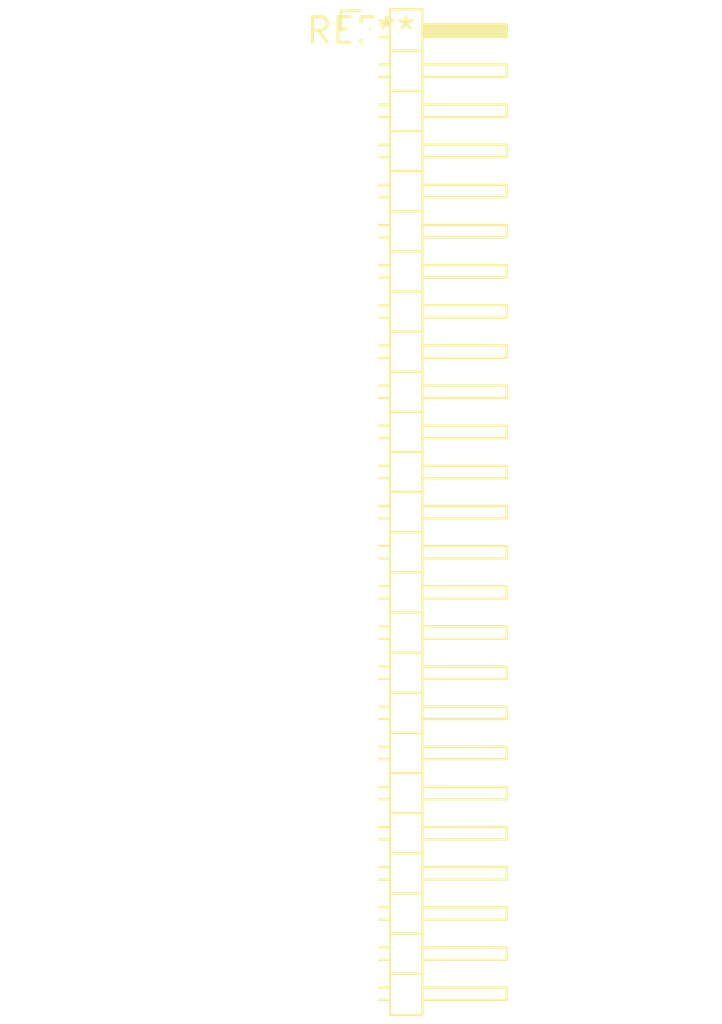
<source format=kicad_pcb>
(kicad_pcb (version 20240108) (generator pcbnew)
  (layers (0 "F.Cu" signal) (31 "B.Cu" signal) (34 "B.Paste" user) (35 "F.Paste" user) (36 "B.SilkS" user "B.Silkscreen") (37 "F.SilkS" user "F.Silkscreen") (38 "B.Mask" user) (39 "F.Mask" user) (44 "Edge.Cuts" user))
  (net 0 "")
  (footprint "PinHeader_1x25_P2.00mm_Horizontal" (layer "F.Cu") (at 0 0)
    (property "Reference" "REF**")
    (property "Value" "PinHeader_1x25_P2.00mm_Horizontal")
    (fp_line (start -1 -1) (end 0 -1) (layer "F.SilkS") (stroke (width 0.12)))
    (fp_line (start -1 0) (end -1 -1) (layer "F.SilkS") (stroke (width 0.12)))
    (fp_line (start 0.882114 1.69) (end 1.44 1.69) (layer "F.SilkS") (stroke (width 0.12)))
    (fp_line (start 0.882114 2.31) (end 1.44 2.31) (layer "F.SilkS") (stroke (width 0.12)))
    (fp_line (start 0.882114 3.69) (end 1.44 3.69) (layer "F.SilkS") (stroke (width 0.12)))
    (fp_line (start 0.882114 4.31) (end 1.44 4.31) (layer "F.SilkS") (stroke (width 0.12)))
    (fp_line (start 0.882114 5.69) (end 1.44 5.69) (layer "F.SilkS") (stroke (width 0.12)))
    (fp_line (start 0.882114 6.31) (end 1.44 6.31) (layer "F.SilkS") (stroke (width 0.12)))
    (fp_line (start 0.882114 7.69) (end 1.44 7.69) (layer "F.SilkS") (stroke (width 0.12)))
    (fp_line (start 0.882114 8.31) (end 1.44 8.31) (layer "F.SilkS") (stroke (width 0.12)))
    (fp_line (start 0.882114 9.69) (end 1.44 9.69) (layer "F.SilkS") (stroke (width 0.12)))
    (fp_line (start 0.882114 10.31) (end 1.44 10.31) (layer "F.SilkS") (stroke (width 0.12)))
    (fp_line (start 0.882114 11.69) (end 1.44 11.69) (layer "F.SilkS") (stroke (width 0.12)))
    (fp_line (start 0.882114 12.31) (end 1.44 12.31) (layer "F.SilkS") (stroke (width 0.12)))
    (fp_line (start 0.882114 13.69) (end 1.44 13.69) (layer "F.SilkS") (stroke (width 0.12)))
    (fp_line (start 0.882114 14.31) (end 1.44 14.31) (layer "F.SilkS") (stroke (width 0.12)))
    (fp_line (start 0.882114 15.69) (end 1.44 15.69) (layer "F.SilkS") (stroke (width 0.12)))
    (fp_line (start 0.882114 16.31) (end 1.44 16.31) (layer "F.SilkS") (stroke (width 0.12)))
    (fp_line (start 0.882114 17.69) (end 1.44 17.69) (layer "F.SilkS") (stroke (width 0.12)))
    (fp_line (start 0.882114 18.31) (end 1.44 18.31) (layer "F.SilkS") (stroke (width 0.12)))
    (fp_line (start 0.882114 19.69) (end 1.44 19.69) (layer "F.SilkS") (stroke (width 0.12)))
    (fp_line (start 0.882114 20.31) (end 1.44 20.31) (layer "F.SilkS") (stroke (width 0.12)))
    (fp_line (start 0.882114 21.69) (end 1.44 21.69) (layer "F.SilkS") (stroke (width 0.12)))
    (fp_line (start 0.882114 22.31) (end 1.44 22.31) (layer "F.SilkS") (stroke (width 0.12)))
    (fp_line (start 0.882114 23.69) (end 1.44 23.69) (layer "F.SilkS") (stroke (width 0.12)))
    (fp_line (start 0.882114 24.31) (end 1.44 24.31) (layer "F.SilkS") (stroke (width 0.12)))
    (fp_line (start 0.882114 25.69) (end 1.44 25.69) (layer "F.SilkS") (stroke (width 0.12)))
    (fp_line (start 0.882114 26.31) (end 1.44 26.31) (layer "F.SilkS") (stroke (width 0.12)))
    (fp_line (start 0.882114 27.69) (end 1.44 27.69) (layer "F.SilkS") (stroke (width 0.12)))
    (fp_line (start 0.882114 28.31) (end 1.44 28.31) (layer "F.SilkS") (stroke (width 0.12)))
    (fp_line (start 0.882114 29.69) (end 1.44 29.69) (layer "F.SilkS") (stroke (width 0.12)))
    (fp_line (start 0.882114 30.31) (end 1.44 30.31) (layer "F.SilkS") (stroke (width 0.12)))
    (fp_line (start 0.882114 31.69) (end 1.44 31.69) (layer "F.SilkS") (stroke (width 0.12)))
    (fp_line (start 0.882114 32.31) (end 1.44 32.31) (layer "F.SilkS") (stroke (width 0.12)))
    (fp_line (start 0.882114 33.69) (end 1.44 33.69) (layer "F.SilkS") (stroke (width 0.12)))
    (fp_line (start 0.882114 34.31) (end 1.44 34.31) (layer "F.SilkS") (stroke (width 0.12)))
    (fp_line (start 0.882114 35.69) (end 1.44 35.69) (layer "F.SilkS") (stroke (width 0.12)))
    (fp_line (start 0.882114 36.31) (end 1.44 36.31) (layer "F.SilkS") (stroke (width 0.12)))
    (fp_line (start 0.882114 37.69) (end 1.44 37.69) (layer "F.SilkS") (stroke (width 0.12)))
    (fp_line (start 0.882114 38.31) (end 1.44 38.31) (layer "F.SilkS") (stroke (width 0.12)))
    (fp_line (start 0.882114 39.69) (end 1.44 39.69) (layer "F.SilkS") (stroke (width 0.12)))
    (fp_line (start 0.882114 40.31) (end 1.44 40.31) (layer "F.SilkS") (stroke (width 0.12)))
    (fp_line (start 0.882114 41.69) (end 1.44 41.69) (layer "F.SilkS") (stroke (width 0.12)))
    (fp_line (start 0.882114 42.31) (end 1.44 42.31) (layer "F.SilkS") (stroke (width 0.12)))
    (fp_line (start 0.882114 43.69) (end 1.44 43.69) (layer "F.SilkS") (stroke (width 0.12)))
    (fp_line (start 0.882114 44.31) (end 1.44 44.31) (layer "F.SilkS") (stroke (width 0.12)))
    (fp_line (start 0.882114 45.69) (end 1.44 45.69) (layer "F.SilkS") (stroke (width 0.12)))
    (fp_line (start 0.882114 46.31) (end 1.44 46.31) (layer "F.SilkS") (stroke (width 0.12)))
    (fp_line (start 0.882114 47.69) (end 1.44 47.69) (layer "F.SilkS") (stroke (width 0.12)))
    (fp_line (start 0.882114 48.31) (end 1.44 48.31) (layer "F.SilkS") (stroke (width 0.12)))
    (fp_line (start 0.935 -0.31) (end 1.44 -0.31) (layer "F.SilkS") (stroke (width 0.12)))
    (fp_line (start 0.935 0.31) (end 1.44 0.31) (layer "F.SilkS") (stroke (width 0.12)))
    (fp_line (start 1.44 -1.06) (end 1.44 49.06) (layer "F.SilkS") (stroke (width 0.12)))
    (fp_line (start 1.44 1) (end 3.06 1) (layer "F.SilkS") (stroke (width 0.12)))
    (fp_line (start 1.44 3) (end 3.06 3) (layer "F.SilkS") (stroke (width 0.12)))
    (fp_line (start 1.44 5) (end 3.06 5) (layer "F.SilkS") (stroke (width 0.12)))
    (fp_line (start 1.44 7) (end 3.06 7) (layer "F.SilkS") (stroke (width 0.12)))
    (fp_line (start 1.44 9) (end 3.06 9) (layer "F.SilkS") (stroke (width 0.12)))
    (fp_line (start 1.44 11) (end 3.06 11) (layer "F.SilkS") (stroke (width 0.12)))
    (fp_line (start 1.44 13) (end 3.06 13) (layer "F.SilkS") (stroke (width 0.12)))
    (fp_line (start 1.44 15) (end 3.06 15) (layer "F.SilkS") (stroke (width 0.12)))
    (fp_line (start 1.44 17) (end 3.06 17) (layer "F.SilkS") (stroke (width 0.12)))
    (fp_line (start 1.44 19) (end 3.06 19) (layer "F.SilkS") (stroke (width 0.12)))
    (fp_line (start 1.44 21) (end 3.06 21) (layer "F.SilkS") (stroke (width 0.12)))
    (fp_line (start 1.44 23) (end 3.06 23) (layer "F.SilkS") (stroke (width 0.12)))
    (fp_line (start 1.44 25) (end 3.06 25) (layer "F.SilkS") (stroke (width 0.12)))
    (fp_line (start 1.44 27) (end 3.06 27) (layer "F.SilkS") (stroke (width 0.12)))
    (fp_line (start 1.44 29) (end 3.06 29) (layer "F.SilkS") (stroke (width 0.12)))
    (fp_line (start 1.44 31) (end 3.06 31) (layer "F.SilkS") (stroke (width 0.12)))
    (fp_line (start 1.44 33) (end 3.06 33) (layer "F.SilkS") (stroke (width 0.12)))
    (fp_line (start 1.44 35) (end 3.06 35) (layer "F.SilkS") (stroke (width 0.12)))
    (fp_line (start 1.44 37) (end 3.06 37) (layer "F.SilkS") (stroke (width 0.12)))
    (fp_line (start 1.44 39) (end 3.06 39) (layer "F.SilkS") (stroke (width 0.12)))
    (fp_line (start 1.44 41) (end 3.06 41) (layer "F.SilkS") (stroke (width 0.12)))
    (fp_line (start 1.44 43) (end 3.06 43) (layer "F.SilkS") (stroke (width 0.12)))
    (fp_line (start 1.44 45) (end 3.06 45) (layer "F.SilkS") (stroke (width 0.12)))
    (fp_line (start 1.44 47) (end 3.06 47) (layer "F.SilkS") (stroke (width 0.12)))
    (fp_line (start 1.44 49.06) (end 3.06 49.06) (layer "F.SilkS") (stroke (width 0.12)))
    (fp_line (start 3.06 -1.06) (end 1.44 -1.06) (layer "F.SilkS") (stroke (width 0.12)))
    (fp_line (start 3.06 -0.31) (end 7.26 -0.31) (layer "F.SilkS") (stroke (width 0.12)))
    (fp_line (start 3.06 -0.25) (end 7.26 -0.25) (layer "F.SilkS") (stroke (width 0.12)))
    (fp_line (start 3.06 -0.13) (end 7.26 -0.13) (layer "F.SilkS") (stroke (width 0.12)))
    (fp_line (start 3.06 -0.01) (end 7.26 -0.01) (layer "F.SilkS") (stroke (width 0.12)))
    (fp_line (start 3.06 0.11) (end 7.26 0.11) (layer "F.SilkS") (stroke (width 0.12)))
    (fp_line (start 3.06 0.23) (end 7.26 0.23) (layer "F.SilkS") (stroke (width 0.12)))
    (fp_line (start 3.06 1.69) (end 7.26 1.69) (layer "F.SilkS") (stroke (width 0.12)))
    (fp_line (start 3.06 3.69) (end 7.26 3.69) (layer "F.SilkS") (stroke (width 0.12)))
    (fp_line (start 3.06 5.69) (end 7.26 5.69) (layer "F.SilkS") (stroke (width 0.12)))
    (fp_line (start 3.06 7.69) (end 7.26 7.69) (layer "F.SilkS") (stroke (width 0.12)))
    (fp_line (start 3.06 9.69) (end 7.26 9.69) (layer "F.SilkS") (stroke (width 0.12)))
    (fp_line (start 3.06 11.69) (end 7.26 11.69) (layer "F.SilkS") (stroke (width 0.12)))
    (fp_line (start 3.06 13.69) (end 7.26 13.69) (layer "F.SilkS") (stroke (width 0.12)))
    (fp_line (start 3.06 15.69) (end 7.26 15.69) (layer "F.SilkS") (stroke (width 0.12)))
    (fp_line (start 3.06 17.69) (end 7.26 17.69) (layer "F.SilkS") (stroke (width 0.12)))
    (fp_line (start 3.06 19.69) (end 7.26 19.69) (layer "F.SilkS") (stroke (width 0.12)))
    (fp_line (start 3.06 21.69) (end 7.26 21.69) (layer "F.SilkS") (stroke (width 0.12)))
    (fp_line (start 3.06 23.69) (end 7.26 23.69) (layer "F.SilkS") (stroke (width 0.12)))
    (fp_line (start 3.06 25.69) (end 7.26 25.69) (layer "F.SilkS") (stroke (width 0.12)))
    (fp_line (start 3.06 27.69) (end 7.26 27.69) (layer "F.SilkS") (stroke (width 0.12)))
    (fp_line (start 3.06 29.69) (end 7.26 29.69) (layer "F.SilkS") (stroke (width 0.12)))
    (fp_line (start 3.06 31.69) (end 7.26 31.69) (layer "F.SilkS") (stroke (width 0.12)))
    (fp_line (start 3.06 33.69) (end 7.26 33.69) (layer "F.SilkS") (stroke (width 0.12)))
    (fp_line (start 3.06 35.69) (end 7.26 35.69) (layer "F.SilkS") (stroke (width 0.12)))
    (fp_line (start 3.06 37.69) (end 7.26 37.69) (layer "F.SilkS") (stroke (width 0.12)))
    (fp_line (start 3.06 39.69) (end 7.26 39.69) (layer "F.SilkS") (stroke (width 0.12)))
    (fp_line (start 3.06 41.69) (end 7.26 41.69) (layer "F.SilkS") (stroke (width 0.12)))
    (fp_line (start 3.06 43.69) (end 7.26 43.69) (layer "F.SilkS") (stroke (width 0.12)))
    (fp_line (start 3.06 45.69) (end 7.26 45.69) (layer "F.SilkS") (stroke (width 0.12)))
    (fp_line (start 3.06 47.69) (end 7.26 47.69) (layer "F.SilkS") (stroke (width 0.12)))
    (fp_line (start 3.06 49.06) (end 3.06 -1.06) (layer "F.SilkS") (stroke (width 0.12)))
    (fp_line (start 7.26 -0.31) (end 7.26 0.31) (layer "F.SilkS") (stroke (width 0.12)))
    (fp_line (start 7.26 0.31) (end 3.06 0.31) (layer "F.SilkS") (stroke (width 0.12)))
    (fp_line (start 7.26 1.69) (end 7.26 2.31) (layer "F.SilkS") (stroke (width 0.12)))
    (fp_line (start 7.26 2.31) (end 3.06 2.31) (layer "F.SilkS") (stroke (width 0.12)))
    (fp_line (start 7.26 3.69) (end 7.26 4.31) (layer "F.SilkS") (stroke (width 0.12)))
    (fp_line (start 7.26 4.31) (end 3.06 4.31) (layer "F.SilkS") (stroke (width 0.12)))
    (fp_line (start 7.26 5.69) (end 7.26 6.31) (layer "F.SilkS") (stroke (width 0.12)))
    (fp_line (start 7.26 6.31) (end 3.06 6.31) (layer "F.SilkS") (stroke (width 0.12)))
    (fp_line (start 7.26 7.69) (end 7.26 8.31) (layer "F.SilkS") (stroke (width 0.12)))
    (fp_line (start 7.26 8.31) (end 3.06 8.31) (layer "F.SilkS") (stroke (width 0.12)))
    (fp_line (start 7.26 9.69) (end 7.26 10.31) (layer "F.SilkS") (stroke (width 0.12)))
    (fp_line (start 7.26 10.31) (end 3.06 10.31) (layer "F.SilkS") (stroke (width 0.12)))
    (fp_line (start 7.26 11.69) (end 7.26 12.31) (layer "F.SilkS") (stroke (width 0.12)))
    (fp_line (start 7.26 12.31) (end 3.06 12.31) (layer "F.SilkS") (stroke (width 0.12)))
    (fp_line (start 7.26 13.69) (end 7.26 14.31) (layer "F.SilkS") (stroke (width 0.12)))
    (fp_line (start 7.26 14.31) (end 3.06 14.31) (layer "F.SilkS") (stroke (width 0.12)))
    (fp_line (start 7.26 15.69) (end 7.26 16.31) (layer "F.SilkS") (stroke (width 0.12)))
    (fp_line (start 7.26 16.31) (end 3.06 16.31) (layer "F.SilkS") (stroke (width 0.12)))
    (fp_line (start 7.26 17.69) (end 7.26 18.31) (layer "F.SilkS") (stroke (width 0.12)))
    (fp_line (start 7.26 18.31) (end 3.06 18.31) (layer "F.SilkS") (stroke (width 0.12)))
    (fp_line (start 7.26 19.69) (end 7.26 20.31) (layer "F.SilkS") (stroke (width 0.12)))
    (fp_line (start 7.26 20.31) (end 3.06 20.31) (layer "F.SilkS") (stroke (width 0.12)))
    (fp_line (start 7.26 21.69) (end 7.26 22.31) (layer "F.SilkS") (stroke (width 0.12)))
    (fp_line (start 7.26 22.31) (end 3.06 22.31) (layer "F.SilkS") (stroke (width 0.12)))
    (fp_line (start 7.26 23.69) (end 7.26 24.31) (layer "F.SilkS") (stroke (width 0.12)))
    (fp_line (start 7.26 24.31) (end 3.06 24.31) (layer "F.SilkS") (stroke (width 0.12)))
    (fp_line (start 7.26 25.69) (end 7.26 26.31) (layer "F.SilkS") (stroke (width 0.12)))
    (fp_line (start 7.26 26.31) (end 3.06 26.31) (layer "F.SilkS") (stroke (width 0.12)))
    (fp_line (start 7.26 27.69) (end 7.26 28.31) (layer "F.SilkS") (stroke (width 0.12)))
    (fp_line (start 7.26 28.31) (end 3.06 28.31) (layer "F.SilkS") (stroke (width 0.12)))
    (fp_line (start 7.26 29.69) (end 7.26 30.31) (layer "F.SilkS") (stroke (width 0.12)))
    (fp_line (start 7.26 30.31) (end 3.06 30.31) (layer "F.SilkS") (stroke (width 0.12)))
    (fp_line (start 7.26 31.69) (end 7.26 32.31) (layer "F.SilkS") (stroke (width 0.12)))
    (fp_line (start 7.26 32.31) (end 3.06 32.31) (layer "F.SilkS") (stroke (width 0.12)))
    (fp_line (start 7.26 33.69) (end 7.26 34.31) (layer "F.SilkS") (stroke (width 0.12)))
    (fp_line (start 7.26 34.31) (end 3.06 34.31) (layer "F.SilkS") (stroke (width 0.12)))
    (fp_line (start 7.26 35.69) (end 7.26 36.31) (layer "F.SilkS") (stroke (width 0.12)))
    (fp_line (start 7.26 36.31) (end 3.06 36.31) (layer "F.SilkS") (stroke (width 0.12)))
    (fp_line (start 7.26 37.69) (end 7.26 38.31) (layer "F.SilkS") (stroke (width 0.12)))
    (fp_line (start 7.26 38.31) (end 3.06 38.31) (layer "F.SilkS") (stroke (width 0.12)))
    (fp_line (start 7.26 39.69) (end 7.26 40.31) (layer "F.SilkS") (stroke (width 0.12)))
    (fp_line (start 7.26 40.31) (end 3.06 40.31) (layer "F.SilkS") (stroke (width 0.12)))
    (fp_line (start 7.26 41.69) (end 7.26 42.31) (layer "F.SilkS") (stroke (width 0.12)))
    (fp_line (start 7.26 42.31) (end 3.06 42.31) (layer "F.SilkS") (stroke (width 0.12)))
    (fp_line (start 7.26 43.69) (end 7.26 44.31) (layer "F.SilkS") (stroke (width 0.12)))
    (fp_line (start 7.26 44.31) (end 3.06 44.31) (layer "F.SilkS") (stroke (width 0.12)))
    (fp_line (start 7.26 45.69) (end 7.26 46.31) (layer "F.SilkS") (stroke (width 0.12)))
    (fp_line (start 7.26 46.31) (end 3.06 46.31) (layer "F.SilkS") (stroke (width 0.12)))
    (fp_line (start 7.26 47.69) (end 7.26 48.31) (layer "F.SilkS") (stroke (width 0.12)))
    (fp_line (start 7.26 48.31) (end 3.06 48.31) (layer "F.SilkS") (stroke (width 0.12)))
    (pad "1" thru_hole rect (at 0 0) (size 1.35 1.35) (drill 0.8) (layers *.Cu *.Mask) (remove_unused_layers))
    (pad "2" thru_hole oval (at 0 2) (size 1.35 1.35) (drill 0.8) (layers *.Cu *.Mask) (remove_unused_layers))
    (pad "3" thru_hole oval (at 0 4) (size 1.35 1.35) (drill 0.8) (layers *.Cu *.Mask) (remove_unused_layers))
    (pad "4" thru_hole oval (at 0 6) (size 1.35 1.35) (drill 0.8) (layers *.Cu *.Mask) (remove_unused_layers))
    (pad "5" thru_hole oval (at 0 8) (size 1.35 1.35) (drill 0.8) (layers *.Cu *.Mask) (remove_unused_layers))
    (pad "6" thru_hole oval (at 0 10) (size 1.35 1.35) (drill 0.8) (layers *.Cu *.Mask) (remove_unused_layers))
    (pad "7" thru_hole oval (at 0 12) (size 1.35 1.35) (drill 0.8) (layers *.Cu *.Mask) (remove_unused_layers))
    (pad "8" thru_hole oval (at 0 14) (size 1.35 1.35) (drill 0.8) (layers *.Cu *.Mask) (remove_unused_layers))
    (pad "9" thru_hole oval (at 0 16) (size 1.35 1.35) (drill 0.8) (layers *.Cu *.Mask) (remove_unused_layers))
    (pad "10" thru_hole oval (at 0 18) (size 1.35 1.35) (drill 0.8) (layers *.Cu *.Mask) (remove_unused_layers))
    (pad "11" thru_hole oval (at 0 20) (size 1.35 1.35) (drill 0.8) (layers *.Cu *.Mask) (remove_unused_layers))
    (pad "12" thru_hole oval (at 0 22) (size 1.35 1.35) (drill 0.8) (layers *.Cu *.Mask) (remove_unused_layers))
    (pad "13" thru_hole oval (at 0 24) (size 1.35 1.35) (drill 0.8) (layers *.Cu *.Mask) (remove_unused_layers))
    (pad "14" thru_hole oval (at 0 26) (size 1.35 1.35) (drill 0.8) (layers *.Cu *.Mask) (remove_unused_layers))
    (pad "15" thru_hole oval (at 0 28) (size 1.35 1.35) (drill 0.8) (layers *.Cu *.Mask) (remove_unused_layers))
    (pad "16" thru_hole oval (at 0 30) (size 1.35 1.35) (drill 0.8) (layers *.Cu *.Mask) (remove_unused_layers))
    (pad "17" thru_hole oval (at 0 32) (size 1.35 1.35) (drill 0.8) (layers *.Cu *.Mask) (remove_unused_layers))
    (pad "18" thru_hole oval (at 0 34) (size 1.35 1.35) (drill 0.8) (layers *.Cu *.Mask) (remove_unused_layers))
    (pad "19" thru_hole oval (at 0 36) (size 1.35 1.35) (drill 0.8) (layers *.Cu *.Mask) (remove_unused_layers))
    (pad "20" thru_hole oval (at 0 38) (size 1.35 1.35) (drill 0.8) (layers *.Cu *.Mask) (remove_unused_layers))
    (pad "21" thru_hole oval (at 0 40) (size 1.35 1.35) (drill 0.8) (layers *.Cu *.Mask) (remove_unused_layers))
    (pad "22" thru_hole oval (at 0 42) (size 1.35 1.35) (drill 0.8) (layers *.Cu *.Mask) (remove_unused_layers))
    (pad "23" thru_hole oval (at 0 44) (size 1.35 1.35) (drill 0.8) (layers *.Cu *.Mask) (remove_unused_layers))
    (pad "24" thru_hole oval (at 0 46) (size 1.35 1.35) (drill 0.8) (layers *.Cu *.Mask) (remove_unused_layers))
    (pad "25" thru_hole oval (at 0 48) (size 1.35 1.35) (drill 0.8) (layers *.Cu *.Mask) (remove_unused_layers))
  )
)
</source>
